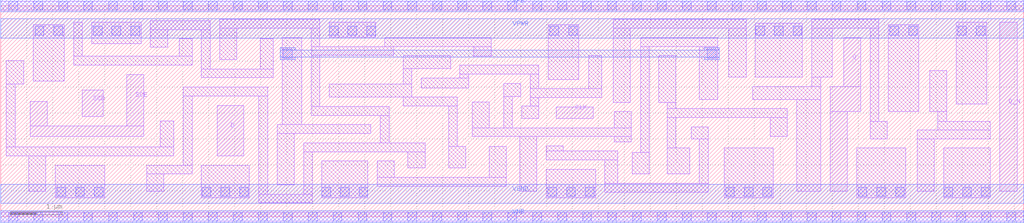
<source format=lef>
# Copyright 2020 The SkyWater PDK Authors
#
# Licensed under the Apache License, Version 2.0 (the "License");
# you may not use this file except in compliance with the License.
# You may obtain a copy of the License at
#
#     https://www.apache.org/licenses/LICENSE-2.0
#
# Unless required by applicable law or agreed to in writing, software
# distributed under the License is distributed on an "AS IS" BASIS,
# WITHOUT WARRANTIES OR CONDITIONS OF ANY KIND, either express or implied.
# See the License for the specific language governing permissions and
# limitations under the License.
#
# SPDX-License-Identifier: Apache-2.0

VERSION 5.5 ;
NAMESCASESENSITIVE ON ;
BUSBITCHARS "[]" ;
DIVIDERCHAR "/" ;
SITE unithvdbl
    SYMMETRY y  ;
    CLASS CORE  ;
    SIZE  0.480 BY 8.140 ;
END unithvdbl
MACRO sky130_fd_sc_hvl__sdfxbp_1
  CLASS CORE ;
  SOURCE USER ;
  ORIGIN  0.000000  0.000000 ;
  SIZE  19.68000 BY  4.070000 ;
  SYMMETRY X Y ;
  SITE unithv ;
  PIN D
    ANTENNAGATEAREA  0.420000 ;
    DIRECTION INPUT ;
    USE SIGNAL ;
    PORT
      LAYER li1 ;
        RECT 4.165000 1.175000 4.675000 2.150000 ;
    END
  END D
  PIN Q
    ANTENNADIFFAREA  0.611250 ;
    DIRECTION OUTPUT ;
    USE SIGNAL ;
    PORT
      LAYER li1 ;
        RECT 15.955000 0.495000 16.285000 2.025000 ;
        RECT 15.955000 2.025000 16.545000 2.515000 ;
        RECT 16.215000 2.515000 16.545000 3.455000 ;
    END
  END Q
  PIN Q_N
    ANTENNADIFFAREA  0.641250 ;
    DIRECTION OUTPUT ;
    USE SIGNAL ;
    PORT
      LAYER li1 ;
        RECT 19.220000 0.495000 19.555000 3.755000 ;
    END
  END Q_N
  PIN SCD
    ANTENNAGATEAREA  0.420000 ;
    DIRECTION INPUT ;
    USE SIGNAL ;
    PORT
      LAYER li1 ;
        RECT 1.565000 1.930000 1.975000 2.440000 ;
    END
  END SCD
  PIN SCE
    ANTENNAGATEAREA  0.840000 ;
    DIRECTION INPUT ;
    USE SIGNAL ;
    PORT
      LAYER li1 ;
        RECT 0.565000 1.550000 2.755000 1.750000 ;
        RECT 0.565000 1.750000 0.895000 2.220000 ;
        RECT 2.425000 1.750000 2.755000 2.745000 ;
    END
  END SCE
  PIN CLK
    ANTENNAGATEAREA  0.585000 ;
    DIRECTION INPUT ;
    USE CLOCK ;
    PORT
      LAYER li1 ;
        RECT 10.685000 1.895000 11.395000 2.120000 ;
    END
  END CLK
  PIN VGND
    DIRECTION INOUT ;
    USE GROUND ;
    PORT
      LAYER met1 ;
        RECT 0.000000 0.255000 19.680000 0.625000 ;
    END
  END VGND
  PIN VNB
    DIRECTION INOUT ;
    USE GROUND ;
    PORT
      LAYER met1 ;
        RECT 0.000000 -0.115000 19.680000 0.115000 ;
    END
  END VNB
  PIN VPB
    DIRECTION INOUT ;
    USE POWER ;
    PORT
      LAYER met1 ;
        RECT 0.000000 3.955000 19.680000 4.185000 ;
    END
  END VPB
  PIN VPWR
    DIRECTION INOUT ;
    USE POWER ;
    PORT
      LAYER met1 ;
        RECT 0.000000 3.445000 19.680000 3.815000 ;
    END
  END VPWR
  OBS
    LAYER li1 ;
      RECT  0.000000 -0.085000 19.680000 0.085000 ;
      RECT  0.000000  3.985000 19.680000 4.155000 ;
      RECT  0.110000  1.175000  3.330000 1.345000 ;
      RECT  0.110000  1.345000  0.280000 2.555000 ;
      RECT  0.110000  2.555000  0.440000 3.015000 ;
      RECT  0.540000  0.495000  0.870000 1.175000 ;
      RECT  0.630000  2.620000  1.220000 3.705000 ;
      RECT  1.050000  0.365000  2.000000 0.995000 ;
      RECT  1.400000  2.925000  3.680000 3.095000 ;
      RECT  1.400000  3.095000  1.570000 3.755000 ;
      RECT  1.750000  3.335000  2.700000 3.755000 ;
      RECT  2.810000  0.495000  3.140000 0.825000 ;
      RECT  2.810000  0.825000  3.680000 0.995000 ;
      RECT  2.880000  3.275000  3.210000 3.610000 ;
      RECT  2.880000  3.610000  4.030000 3.780000 ;
      RECT  3.065000  1.345000  3.330000 1.845000 ;
      RECT  3.430000  3.095000  3.680000 3.430000 ;
      RECT  3.510000  0.995000  3.680000 2.330000 ;
      RECT  3.510000  2.330000  5.135000 2.500000 ;
      RECT  3.860000  0.365000  4.785000 0.995000 ;
      RECT  3.860000  2.680000  5.240000 2.850000 ;
      RECT  3.860000  2.850000  4.030000 3.610000 ;
      RECT  4.210000  3.030000  4.540000 3.635000 ;
      RECT  4.210000  3.635000  6.140000 3.805000 ;
      RECT  4.965000  0.265000  5.995000 0.435000 ;
      RECT  4.965000  0.435000  5.135000 2.330000 ;
      RECT  4.990000  2.850000  5.240000 3.430000 ;
      RECT  5.315000  0.615000  5.645000 1.605000 ;
      RECT  5.315000  1.605000  7.120000 1.775000 ;
      RECT  5.420000  1.775000  5.790000 3.455000 ;
      RECT  5.825000  0.435000  5.995000 1.255000 ;
      RECT  5.825000  1.255000  8.165000 1.425000 ;
      RECT  5.970000  1.955000  7.470000 2.125000 ;
      RECT  5.970000  2.125000  6.140000 3.115000 ;
      RECT  5.970000  3.115000  7.560000 3.285000 ;
      RECT  5.970000  3.285000  6.140000 3.635000 ;
      RECT  6.175000  0.365000  7.065000 1.075000 ;
      RECT  6.320000  2.305000  7.910000 2.555000 ;
      RECT  6.320000  3.465000  7.210000 3.755000 ;
      RECT  7.245000  0.590000  9.725000 0.760000 ;
      RECT  7.245000  0.760000  7.575000 1.075000 ;
      RECT  7.300000  1.425000  7.470000 1.955000 ;
      RECT  7.390000  3.285000  9.435000 3.455000 ;
      RECT  7.740000  2.135000  8.785000 2.305000 ;
      RECT  7.740000  2.555000  7.910000 2.855000 ;
      RECT  7.740000  2.855000  8.655000 3.105000 ;
      RECT  7.835000  0.940000  8.165000 1.255000 ;
      RECT  8.090000  2.485000  9.005000 2.675000 ;
      RECT  8.615000  0.940000  8.945000 1.360000 ;
      RECT  8.615000  1.360000  8.785000 2.135000 ;
      RECT  8.835000  2.675000  9.005000 2.750000 ;
      RECT  8.835000  2.750000 10.355000 2.920000 ;
      RECT  9.070000  1.545000 12.130000 1.715000 ;
      RECT  9.070000  1.715000  9.400000 2.215000 ;
      RECT  9.105000  3.100000  9.435000 3.285000 ;
      RECT  9.395000  0.760000  9.725000 1.360000 ;
      RECT  9.675000  1.715000  9.845000 2.320000 ;
      RECT  9.675000  2.320000 10.005000 2.570000 ;
      RECT  9.985000  0.495000 10.315000 1.545000 ;
      RECT 10.025000  1.895000 10.355000 2.140000 ;
      RECT 10.185000  2.140000 10.355000 2.300000 ;
      RECT 10.185000  2.300000 11.565000 2.470000 ;
      RECT 10.185000  2.470000 10.355000 2.750000 ;
      RECT 10.495000  0.365000 11.445000 0.915000 ;
      RECT 10.495000  1.095000 11.875000 1.265000 ;
      RECT 10.495000  1.265000 10.825000 1.365000 ;
      RECT 10.535000  2.650000 11.125000 3.705000 ;
      RECT 11.315000  2.470000 11.565000 3.110000 ;
      RECT 11.625000  0.475000 13.610000 0.645000 ;
      RECT 11.625000  0.645000 11.875000 1.095000 ;
      RECT 11.785000  2.205000 12.115000 3.635000 ;
      RECT 11.785000  3.635000 14.340000 3.805000 ;
      RECT 11.800000  1.445000 12.130000 1.545000 ;
      RECT 11.800000  1.715000 12.130000 2.025000 ;
      RECT 12.150000  0.825000 12.480000 1.245000 ;
      RECT 12.310000  1.245000 12.480000 3.285000 ;
      RECT 12.310000  3.285000 13.795000 3.455000 ;
      RECT 12.660000  2.205000 12.990000 3.105000 ;
      RECT 12.820000  0.825000 13.260000 1.325000 ;
      RECT 12.820000  1.325000 12.990000 1.915000 ;
      RECT 12.820000  1.915000 15.135000 2.085000 ;
      RECT 12.820000  2.085000 12.990000 2.205000 ;
      RECT 13.280000  1.505000 13.610000 1.735000 ;
      RECT 13.440000  0.645000 13.610000 1.505000 ;
      RECT 13.440000  2.265000 13.795000 3.285000 ;
      RECT 13.915000  0.365000 14.865000 1.325000 ;
      RECT 14.010000  2.695000 14.340000 3.635000 ;
      RECT 14.465000  2.265000 15.775000 2.515000 ;
      RECT 14.520000  2.695000 15.425000 3.735000 ;
      RECT 14.805000  1.545000 15.135000 1.915000 ;
      RECT 15.315000  0.495000 15.775000 2.265000 ;
      RECT 15.605000  2.515000 15.775000 2.695000 ;
      RECT 15.605000  2.695000 15.995000 3.635000 ;
      RECT 15.605000  3.635000 16.895000 3.805000 ;
      RECT 16.465000  0.365000 17.415000 1.325000 ;
      RECT 16.725000  1.505000 17.055000 1.835000 ;
      RECT 16.725000  1.835000 16.895000 3.635000 ;
      RECT 17.075000  2.025000 17.665000 3.705000 ;
      RECT 17.630000  0.495000 17.960000 1.505000 ;
      RECT 17.630000  1.505000 19.040000 1.675000 ;
      RECT 17.870000  2.025000 18.200000 2.815000 ;
      RECT 18.030000  1.675000 19.040000 1.835000 ;
      RECT 18.030000  1.835000 18.200000 2.025000 ;
      RECT 18.140000  0.365000 19.040000 1.325000 ;
      RECT 18.380000  2.175000 18.970000 3.755000 ;
    LAYER mcon ;
      RECT  0.155000 -0.085000  0.325000 0.085000 ;
      RECT  0.155000 -0.085000  0.325000 0.085000 ;
      RECT  0.155000  3.985000  0.325000 4.155000 ;
      RECT  0.155000  3.985000  0.325000 4.155000 ;
      RECT  0.635000 -0.085000  0.805000 0.085000 ;
      RECT  0.635000 -0.085000  0.805000 0.085000 ;
      RECT  0.635000  3.985000  0.805000 4.155000 ;
      RECT  0.635000  3.985000  0.805000 4.155000 ;
      RECT  0.660000  3.505000  0.830000 3.675000 ;
      RECT  1.020000  3.505000  1.190000 3.675000 ;
      RECT  1.080000  0.395000  1.250000 0.565000 ;
      RECT  1.115000 -0.085000  1.285000 0.085000 ;
      RECT  1.115000 -0.085000  1.285000 0.085000 ;
      RECT  1.115000  3.985000  1.285000 4.155000 ;
      RECT  1.115000  3.985000  1.285000 4.155000 ;
      RECT  1.440000  0.395000  1.610000 0.565000 ;
      RECT  1.595000 -0.085000  1.765000 0.085000 ;
      RECT  1.595000 -0.085000  1.765000 0.085000 ;
      RECT  1.595000  3.985000  1.765000 4.155000 ;
      RECT  1.595000  3.985000  1.765000 4.155000 ;
      RECT  1.780000  3.505000  1.950000 3.675000 ;
      RECT  1.800000  0.395000  1.970000 0.565000 ;
      RECT  2.075000 -0.085000  2.245000 0.085000 ;
      RECT  2.075000 -0.085000  2.245000 0.085000 ;
      RECT  2.075000  3.985000  2.245000 4.155000 ;
      RECT  2.075000  3.985000  2.245000 4.155000 ;
      RECT  2.140000  3.505000  2.310000 3.675000 ;
      RECT  2.500000  3.505000  2.670000 3.675000 ;
      RECT  2.555000 -0.085000  2.725000 0.085000 ;
      RECT  2.555000 -0.085000  2.725000 0.085000 ;
      RECT  2.555000  3.985000  2.725000 4.155000 ;
      RECT  2.555000  3.985000  2.725000 4.155000 ;
      RECT  3.035000 -0.085000  3.205000 0.085000 ;
      RECT  3.035000 -0.085000  3.205000 0.085000 ;
      RECT  3.035000  3.985000  3.205000 4.155000 ;
      RECT  3.035000  3.985000  3.205000 4.155000 ;
      RECT  3.515000 -0.085000  3.685000 0.085000 ;
      RECT  3.515000 -0.085000  3.685000 0.085000 ;
      RECT  3.515000  3.985000  3.685000 4.155000 ;
      RECT  3.515000  3.985000  3.685000 4.155000 ;
      RECT  3.875000  0.395000  4.045000 0.565000 ;
      RECT  3.995000 -0.085000  4.165000 0.085000 ;
      RECT  3.995000 -0.085000  4.165000 0.085000 ;
      RECT  3.995000  3.985000  4.165000 4.155000 ;
      RECT  3.995000  3.985000  4.165000 4.155000 ;
      RECT  4.235000  0.395000  4.405000 0.565000 ;
      RECT  4.475000 -0.085000  4.645000 0.085000 ;
      RECT  4.475000 -0.085000  4.645000 0.085000 ;
      RECT  4.475000  3.985000  4.645000 4.155000 ;
      RECT  4.475000  3.985000  4.645000 4.155000 ;
      RECT  4.595000  0.395000  4.765000 0.565000 ;
      RECT  4.955000 -0.085000  5.125000 0.085000 ;
      RECT  4.955000 -0.085000  5.125000 0.085000 ;
      RECT  4.955000  3.985000  5.125000 4.155000 ;
      RECT  4.955000  3.985000  5.125000 4.155000 ;
      RECT  5.435000 -0.085000  5.605000 0.085000 ;
      RECT  5.435000 -0.085000  5.605000 0.085000 ;
      RECT  5.435000  3.060000  5.605000 3.230000 ;
      RECT  5.435000  3.985000  5.605000 4.155000 ;
      RECT  5.435000  3.985000  5.605000 4.155000 ;
      RECT  5.915000 -0.085000  6.085000 0.085000 ;
      RECT  5.915000 -0.085000  6.085000 0.085000 ;
      RECT  5.915000  3.985000  6.085000 4.155000 ;
      RECT  5.915000  3.985000  6.085000 4.155000 ;
      RECT  6.175000  0.395000  6.345000 0.565000 ;
      RECT  6.320000  3.505000  6.490000 3.675000 ;
      RECT  6.395000 -0.085000  6.565000 0.085000 ;
      RECT  6.395000 -0.085000  6.565000 0.085000 ;
      RECT  6.395000  3.985000  6.565000 4.155000 ;
      RECT  6.395000  3.985000  6.565000 4.155000 ;
      RECT  6.535000  0.395000  6.705000 0.565000 ;
      RECT  6.680000  3.505000  6.850000 3.675000 ;
      RECT  6.875000 -0.085000  7.045000 0.085000 ;
      RECT  6.875000 -0.085000  7.045000 0.085000 ;
      RECT  6.875000  3.985000  7.045000 4.155000 ;
      RECT  6.875000  3.985000  7.045000 4.155000 ;
      RECT  6.895000  0.395000  7.065000 0.565000 ;
      RECT  7.040000  3.505000  7.210000 3.675000 ;
      RECT  7.355000 -0.085000  7.525000 0.085000 ;
      RECT  7.355000 -0.085000  7.525000 0.085000 ;
      RECT  7.355000  3.985000  7.525000 4.155000 ;
      RECT  7.355000  3.985000  7.525000 4.155000 ;
      RECT  7.835000 -0.085000  8.005000 0.085000 ;
      RECT  7.835000 -0.085000  8.005000 0.085000 ;
      RECT  7.835000  3.985000  8.005000 4.155000 ;
      RECT  7.835000  3.985000  8.005000 4.155000 ;
      RECT  8.315000 -0.085000  8.485000 0.085000 ;
      RECT  8.315000 -0.085000  8.485000 0.085000 ;
      RECT  8.315000  3.985000  8.485000 4.155000 ;
      RECT  8.315000  3.985000  8.485000 4.155000 ;
      RECT  8.795000 -0.085000  8.965000 0.085000 ;
      RECT  8.795000 -0.085000  8.965000 0.085000 ;
      RECT  8.795000  3.985000  8.965000 4.155000 ;
      RECT  8.795000  3.985000  8.965000 4.155000 ;
      RECT  9.275000 -0.085000  9.445000 0.085000 ;
      RECT  9.275000 -0.085000  9.445000 0.085000 ;
      RECT  9.275000  3.985000  9.445000 4.155000 ;
      RECT  9.275000  3.985000  9.445000 4.155000 ;
      RECT  9.755000 -0.085000  9.925000 0.085000 ;
      RECT  9.755000 -0.085000  9.925000 0.085000 ;
      RECT  9.755000  3.985000  9.925000 4.155000 ;
      RECT  9.755000  3.985000  9.925000 4.155000 ;
      RECT 10.235000 -0.085000 10.405000 0.085000 ;
      RECT 10.235000 -0.085000 10.405000 0.085000 ;
      RECT 10.235000  3.985000 10.405000 4.155000 ;
      RECT 10.235000  3.985000 10.405000 4.155000 ;
      RECT 10.525000  0.395000 10.695000 0.565000 ;
      RECT 10.565000  3.505000 10.735000 3.675000 ;
      RECT 10.715000 -0.085000 10.885000 0.085000 ;
      RECT 10.715000 -0.085000 10.885000 0.085000 ;
      RECT 10.715000  3.985000 10.885000 4.155000 ;
      RECT 10.715000  3.985000 10.885000 4.155000 ;
      RECT 10.885000  0.395000 11.055000 0.565000 ;
      RECT 10.925000  3.505000 11.095000 3.675000 ;
      RECT 11.195000 -0.085000 11.365000 0.085000 ;
      RECT 11.195000 -0.085000 11.365000 0.085000 ;
      RECT 11.195000  3.985000 11.365000 4.155000 ;
      RECT 11.195000  3.985000 11.365000 4.155000 ;
      RECT 11.245000  0.395000 11.415000 0.565000 ;
      RECT 11.675000 -0.085000 11.845000 0.085000 ;
      RECT 11.675000 -0.085000 11.845000 0.085000 ;
      RECT 11.675000  3.985000 11.845000 4.155000 ;
      RECT 11.675000  3.985000 11.845000 4.155000 ;
      RECT 12.155000 -0.085000 12.325000 0.085000 ;
      RECT 12.155000 -0.085000 12.325000 0.085000 ;
      RECT 12.155000  3.985000 12.325000 4.155000 ;
      RECT 12.155000  3.985000 12.325000 4.155000 ;
      RECT 12.635000 -0.085000 12.805000 0.085000 ;
      RECT 12.635000 -0.085000 12.805000 0.085000 ;
      RECT 12.635000  3.985000 12.805000 4.155000 ;
      RECT 12.635000  3.985000 12.805000 4.155000 ;
      RECT 13.115000 -0.085000 13.285000 0.085000 ;
      RECT 13.115000 -0.085000 13.285000 0.085000 ;
      RECT 13.115000  3.985000 13.285000 4.155000 ;
      RECT 13.115000  3.985000 13.285000 4.155000 ;
      RECT 13.595000 -0.085000 13.765000 0.085000 ;
      RECT 13.595000 -0.085000 13.765000 0.085000 ;
      RECT 13.595000  3.060000 13.765000 3.230000 ;
      RECT 13.595000  3.985000 13.765000 4.155000 ;
      RECT 13.595000  3.985000 13.765000 4.155000 ;
      RECT 13.945000  0.395000 14.115000 0.565000 ;
      RECT 14.075000 -0.085000 14.245000 0.085000 ;
      RECT 14.075000 -0.085000 14.245000 0.085000 ;
      RECT 14.075000  3.985000 14.245000 4.155000 ;
      RECT 14.075000  3.985000 14.245000 4.155000 ;
      RECT 14.305000  0.395000 14.475000 0.565000 ;
      RECT 14.525000  3.505000 14.695000 3.675000 ;
      RECT 14.555000 -0.085000 14.725000 0.085000 ;
      RECT 14.555000 -0.085000 14.725000 0.085000 ;
      RECT 14.555000  3.985000 14.725000 4.155000 ;
      RECT 14.555000  3.985000 14.725000 4.155000 ;
      RECT 14.665000  0.395000 14.835000 0.565000 ;
      RECT 14.885000  3.505000 15.055000 3.675000 ;
      RECT 15.035000 -0.085000 15.205000 0.085000 ;
      RECT 15.035000 -0.085000 15.205000 0.085000 ;
      RECT 15.035000  3.985000 15.205000 4.155000 ;
      RECT 15.035000  3.985000 15.205000 4.155000 ;
      RECT 15.245000  3.505000 15.415000 3.675000 ;
      RECT 15.515000 -0.085000 15.685000 0.085000 ;
      RECT 15.515000 -0.085000 15.685000 0.085000 ;
      RECT 15.515000  3.985000 15.685000 4.155000 ;
      RECT 15.515000  3.985000 15.685000 4.155000 ;
      RECT 15.995000 -0.085000 16.165000 0.085000 ;
      RECT 15.995000 -0.085000 16.165000 0.085000 ;
      RECT 15.995000  3.985000 16.165000 4.155000 ;
      RECT 15.995000  3.985000 16.165000 4.155000 ;
      RECT 16.475000 -0.085000 16.645000 0.085000 ;
      RECT 16.475000 -0.085000 16.645000 0.085000 ;
      RECT 16.475000  3.985000 16.645000 4.155000 ;
      RECT 16.475000  3.985000 16.645000 4.155000 ;
      RECT 16.495000  0.395000 16.665000 0.565000 ;
      RECT 16.855000  0.395000 17.025000 0.565000 ;
      RECT 16.955000 -0.085000 17.125000 0.085000 ;
      RECT 16.955000 -0.085000 17.125000 0.085000 ;
      RECT 16.955000  3.985000 17.125000 4.155000 ;
      RECT 16.955000  3.985000 17.125000 4.155000 ;
      RECT 17.105000  3.505000 17.275000 3.675000 ;
      RECT 17.215000  0.395000 17.385000 0.565000 ;
      RECT 17.435000 -0.085000 17.605000 0.085000 ;
      RECT 17.435000 -0.085000 17.605000 0.085000 ;
      RECT 17.435000  3.985000 17.605000 4.155000 ;
      RECT 17.435000  3.985000 17.605000 4.155000 ;
      RECT 17.465000  3.505000 17.635000 3.675000 ;
      RECT 17.915000 -0.085000 18.085000 0.085000 ;
      RECT 17.915000 -0.085000 18.085000 0.085000 ;
      RECT 17.915000  3.985000 18.085000 4.155000 ;
      RECT 17.915000  3.985000 18.085000 4.155000 ;
      RECT 18.145000  0.395000 18.315000 0.565000 ;
      RECT 18.395000 -0.085000 18.565000 0.085000 ;
      RECT 18.395000 -0.085000 18.565000 0.085000 ;
      RECT 18.395000  3.985000 18.565000 4.155000 ;
      RECT 18.395000  3.985000 18.565000 4.155000 ;
      RECT 18.410000  3.505000 18.580000 3.675000 ;
      RECT 18.505000  0.395000 18.675000 0.565000 ;
      RECT 18.770000  3.505000 18.940000 3.675000 ;
      RECT 18.865000  0.395000 19.035000 0.565000 ;
      RECT 18.875000 -0.085000 19.045000 0.085000 ;
      RECT 18.875000 -0.085000 19.045000 0.085000 ;
      RECT 18.875000  3.985000 19.045000 4.155000 ;
      RECT 18.875000  3.985000 19.045000 4.155000 ;
      RECT 19.355000 -0.085000 19.525000 0.085000 ;
      RECT 19.355000 -0.085000 19.525000 0.085000 ;
      RECT 19.355000  3.985000 19.525000 4.155000 ;
      RECT 19.355000  3.985000 19.525000 4.155000 ;
    LAYER met1 ;
      RECT  5.375000 3.030000  5.665000 3.075000 ;
      RECT  5.375000 3.075000 13.825000 3.215000 ;
      RECT  5.375000 3.215000  5.665000 3.260000 ;
      RECT 13.535000 3.030000 13.825000 3.075000 ;
      RECT 13.535000 3.215000 13.825000 3.260000 ;
  END
END sky130_fd_sc_hvl__sdfxbp_1

</source>
